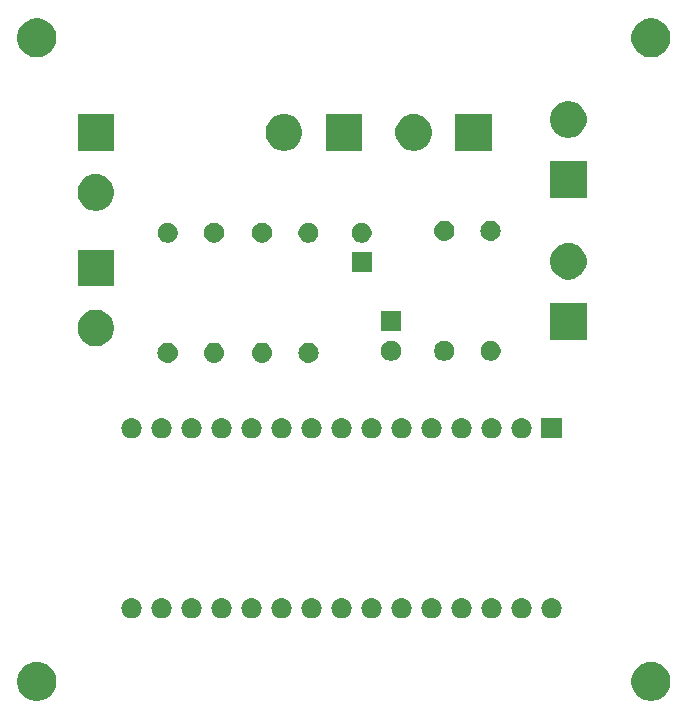
<source format=gts>
G04 #@! TF.GenerationSoftware,KiCad,Pcbnew,5.0.2+dfsg1-1+deb10u1*
G04 #@! TF.CreationDate,2023-11-15T00:44:58+01:00*
G04 #@! TF.ProjectId,Carte basse tension,43617274-6520-4626-9173-73652074656e,rev?*
G04 #@! TF.SameCoordinates,Original*
G04 #@! TF.FileFunction,Soldermask,Top*
G04 #@! TF.FilePolarity,Negative*
%FSLAX46Y46*%
G04 Gerber Fmt 4.6, Leading zero omitted, Abs format (unit mm)*
G04 Created by KiCad (PCBNEW 5.0.2+dfsg1-1+deb10u1) date mer. 15 nov. 2023 00:44:58 CET*
%MOMM*%
%LPD*%
G01*
G04 APERTURE LIST*
%ADD10C,0.150000*%
G04 APERTURE END LIST*
D10*
G36*
X143875256Y-120891298D02*
X143981579Y-120912447D01*
X144282042Y-121036903D01*
X144548852Y-121215180D01*
X144552454Y-121217587D01*
X144782413Y-121447546D01*
X144963098Y-121717960D01*
X145087553Y-122018422D01*
X145151000Y-122337389D01*
X145151000Y-122662611D01*
X145087553Y-122981578D01*
X144963098Y-123282040D01*
X144782413Y-123552454D01*
X144552454Y-123782413D01*
X144552451Y-123782415D01*
X144282042Y-123963097D01*
X143981579Y-124087553D01*
X143875256Y-124108702D01*
X143662611Y-124151000D01*
X143337389Y-124151000D01*
X143124744Y-124108702D01*
X143018421Y-124087553D01*
X142717958Y-123963097D01*
X142447549Y-123782415D01*
X142447546Y-123782413D01*
X142217587Y-123552454D01*
X142036902Y-123282040D01*
X141912447Y-122981578D01*
X141849000Y-122662611D01*
X141849000Y-122337389D01*
X141912447Y-122018422D01*
X142036902Y-121717960D01*
X142217587Y-121447546D01*
X142447546Y-121217587D01*
X142451148Y-121215180D01*
X142717958Y-121036903D01*
X143018421Y-120912447D01*
X143124744Y-120891298D01*
X143337389Y-120849000D01*
X143662611Y-120849000D01*
X143875256Y-120891298D01*
X143875256Y-120891298D01*
G37*
G36*
X91875256Y-120891298D02*
X91981579Y-120912447D01*
X92282042Y-121036903D01*
X92548852Y-121215180D01*
X92552454Y-121217587D01*
X92782413Y-121447546D01*
X92963098Y-121717960D01*
X93087553Y-122018422D01*
X93151000Y-122337389D01*
X93151000Y-122662611D01*
X93087553Y-122981578D01*
X92963098Y-123282040D01*
X92782413Y-123552454D01*
X92552454Y-123782413D01*
X92552451Y-123782415D01*
X92282042Y-123963097D01*
X91981579Y-124087553D01*
X91875256Y-124108702D01*
X91662611Y-124151000D01*
X91337389Y-124151000D01*
X91124744Y-124108702D01*
X91018421Y-124087553D01*
X90717958Y-123963097D01*
X90447549Y-123782415D01*
X90447546Y-123782413D01*
X90217587Y-123552454D01*
X90036902Y-123282040D01*
X89912447Y-122981578D01*
X89849000Y-122662611D01*
X89849000Y-122337389D01*
X89912447Y-122018422D01*
X90036902Y-121717960D01*
X90217587Y-121447546D01*
X90447546Y-121217587D01*
X90451148Y-121215180D01*
X90717958Y-121036903D01*
X91018421Y-120912447D01*
X91124744Y-120891298D01*
X91337389Y-120849000D01*
X91662611Y-120849000D01*
X91875256Y-120891298D01*
X91875256Y-120891298D01*
G37*
G36*
X112388777Y-115454280D02*
X112388780Y-115454281D01*
X112388781Y-115454281D01*
X112549195Y-115502942D01*
X112549197Y-115502943D01*
X112549200Y-115502944D01*
X112697034Y-115581962D01*
X112826615Y-115688308D01*
X112932961Y-115817889D01*
X113011979Y-115965723D01*
X113060643Y-116126146D01*
X113077073Y-116292967D01*
X113060643Y-116459788D01*
X113011979Y-116620211D01*
X112932961Y-116768045D01*
X112826615Y-116897626D01*
X112697034Y-117003972D01*
X112549200Y-117082990D01*
X112549197Y-117082991D01*
X112549195Y-117082992D01*
X112388781Y-117131653D01*
X112388780Y-117131653D01*
X112388777Y-117131654D01*
X112263760Y-117143967D01*
X112180152Y-117143967D01*
X112055135Y-117131654D01*
X112055132Y-117131653D01*
X112055131Y-117131653D01*
X111894717Y-117082992D01*
X111894715Y-117082991D01*
X111894712Y-117082990D01*
X111746878Y-117003972D01*
X111617297Y-116897626D01*
X111510951Y-116768045D01*
X111431933Y-116620211D01*
X111383269Y-116459788D01*
X111366839Y-116292967D01*
X111383269Y-116126146D01*
X111431933Y-115965723D01*
X111510951Y-115817889D01*
X111617297Y-115688308D01*
X111746878Y-115581962D01*
X111894712Y-115502944D01*
X111894715Y-115502943D01*
X111894717Y-115502942D01*
X112055131Y-115454281D01*
X112055132Y-115454281D01*
X112055135Y-115454280D01*
X112180152Y-115441967D01*
X112263760Y-115441967D01*
X112388777Y-115454280D01*
X112388777Y-115454280D01*
G37*
G36*
X102228777Y-115454280D02*
X102228780Y-115454281D01*
X102228781Y-115454281D01*
X102389195Y-115502942D01*
X102389197Y-115502943D01*
X102389200Y-115502944D01*
X102537034Y-115581962D01*
X102666615Y-115688308D01*
X102772961Y-115817889D01*
X102851979Y-115965723D01*
X102900643Y-116126146D01*
X102917073Y-116292967D01*
X102900643Y-116459788D01*
X102851979Y-116620211D01*
X102772961Y-116768045D01*
X102666615Y-116897626D01*
X102537034Y-117003972D01*
X102389200Y-117082990D01*
X102389197Y-117082991D01*
X102389195Y-117082992D01*
X102228781Y-117131653D01*
X102228780Y-117131653D01*
X102228777Y-117131654D01*
X102103760Y-117143967D01*
X102020152Y-117143967D01*
X101895135Y-117131654D01*
X101895132Y-117131653D01*
X101895131Y-117131653D01*
X101734717Y-117082992D01*
X101734715Y-117082991D01*
X101734712Y-117082990D01*
X101586878Y-117003972D01*
X101457297Y-116897626D01*
X101350951Y-116768045D01*
X101271933Y-116620211D01*
X101223269Y-116459788D01*
X101206839Y-116292967D01*
X101223269Y-116126146D01*
X101271933Y-115965723D01*
X101350951Y-115817889D01*
X101457297Y-115688308D01*
X101586878Y-115581962D01*
X101734712Y-115502944D01*
X101734715Y-115502943D01*
X101734717Y-115502942D01*
X101895131Y-115454281D01*
X101895132Y-115454281D01*
X101895135Y-115454280D01*
X102020152Y-115441967D01*
X102103760Y-115441967D01*
X102228777Y-115454280D01*
X102228777Y-115454280D01*
G37*
G36*
X104768777Y-115454280D02*
X104768780Y-115454281D01*
X104768781Y-115454281D01*
X104929195Y-115502942D01*
X104929197Y-115502943D01*
X104929200Y-115502944D01*
X105077034Y-115581962D01*
X105206615Y-115688308D01*
X105312961Y-115817889D01*
X105391979Y-115965723D01*
X105440643Y-116126146D01*
X105457073Y-116292967D01*
X105440643Y-116459788D01*
X105391979Y-116620211D01*
X105312961Y-116768045D01*
X105206615Y-116897626D01*
X105077034Y-117003972D01*
X104929200Y-117082990D01*
X104929197Y-117082991D01*
X104929195Y-117082992D01*
X104768781Y-117131653D01*
X104768780Y-117131653D01*
X104768777Y-117131654D01*
X104643760Y-117143967D01*
X104560152Y-117143967D01*
X104435135Y-117131654D01*
X104435132Y-117131653D01*
X104435131Y-117131653D01*
X104274717Y-117082992D01*
X104274715Y-117082991D01*
X104274712Y-117082990D01*
X104126878Y-117003972D01*
X103997297Y-116897626D01*
X103890951Y-116768045D01*
X103811933Y-116620211D01*
X103763269Y-116459788D01*
X103746839Y-116292967D01*
X103763269Y-116126146D01*
X103811933Y-115965723D01*
X103890951Y-115817889D01*
X103997297Y-115688308D01*
X104126878Y-115581962D01*
X104274712Y-115502944D01*
X104274715Y-115502943D01*
X104274717Y-115502942D01*
X104435131Y-115454281D01*
X104435132Y-115454281D01*
X104435135Y-115454280D01*
X104560152Y-115441967D01*
X104643760Y-115441967D01*
X104768777Y-115454280D01*
X104768777Y-115454280D01*
G37*
G36*
X107308777Y-115454280D02*
X107308780Y-115454281D01*
X107308781Y-115454281D01*
X107469195Y-115502942D01*
X107469197Y-115502943D01*
X107469200Y-115502944D01*
X107617034Y-115581962D01*
X107746615Y-115688308D01*
X107852961Y-115817889D01*
X107931979Y-115965723D01*
X107980643Y-116126146D01*
X107997073Y-116292967D01*
X107980643Y-116459788D01*
X107931979Y-116620211D01*
X107852961Y-116768045D01*
X107746615Y-116897626D01*
X107617034Y-117003972D01*
X107469200Y-117082990D01*
X107469197Y-117082991D01*
X107469195Y-117082992D01*
X107308781Y-117131653D01*
X107308780Y-117131653D01*
X107308777Y-117131654D01*
X107183760Y-117143967D01*
X107100152Y-117143967D01*
X106975135Y-117131654D01*
X106975132Y-117131653D01*
X106975131Y-117131653D01*
X106814717Y-117082992D01*
X106814715Y-117082991D01*
X106814712Y-117082990D01*
X106666878Y-117003972D01*
X106537297Y-116897626D01*
X106430951Y-116768045D01*
X106351933Y-116620211D01*
X106303269Y-116459788D01*
X106286839Y-116292967D01*
X106303269Y-116126146D01*
X106351933Y-115965723D01*
X106430951Y-115817889D01*
X106537297Y-115688308D01*
X106666878Y-115581962D01*
X106814712Y-115502944D01*
X106814715Y-115502943D01*
X106814717Y-115502942D01*
X106975131Y-115454281D01*
X106975132Y-115454281D01*
X106975135Y-115454280D01*
X107100152Y-115441967D01*
X107183760Y-115441967D01*
X107308777Y-115454280D01*
X107308777Y-115454280D01*
G37*
G36*
X109848777Y-115454280D02*
X109848780Y-115454281D01*
X109848781Y-115454281D01*
X110009195Y-115502942D01*
X110009197Y-115502943D01*
X110009200Y-115502944D01*
X110157034Y-115581962D01*
X110286615Y-115688308D01*
X110392961Y-115817889D01*
X110471979Y-115965723D01*
X110520643Y-116126146D01*
X110537073Y-116292967D01*
X110520643Y-116459788D01*
X110471979Y-116620211D01*
X110392961Y-116768045D01*
X110286615Y-116897626D01*
X110157034Y-117003972D01*
X110009200Y-117082990D01*
X110009197Y-117082991D01*
X110009195Y-117082992D01*
X109848781Y-117131653D01*
X109848780Y-117131653D01*
X109848777Y-117131654D01*
X109723760Y-117143967D01*
X109640152Y-117143967D01*
X109515135Y-117131654D01*
X109515132Y-117131653D01*
X109515131Y-117131653D01*
X109354717Y-117082992D01*
X109354715Y-117082991D01*
X109354712Y-117082990D01*
X109206878Y-117003972D01*
X109077297Y-116897626D01*
X108970951Y-116768045D01*
X108891933Y-116620211D01*
X108843269Y-116459788D01*
X108826839Y-116292967D01*
X108843269Y-116126146D01*
X108891933Y-115965723D01*
X108970951Y-115817889D01*
X109077297Y-115688308D01*
X109206878Y-115581962D01*
X109354712Y-115502944D01*
X109354715Y-115502943D01*
X109354717Y-115502942D01*
X109515131Y-115454281D01*
X109515132Y-115454281D01*
X109515135Y-115454280D01*
X109640152Y-115441967D01*
X109723760Y-115441967D01*
X109848777Y-115454280D01*
X109848777Y-115454280D01*
G37*
G36*
X114928777Y-115454280D02*
X114928780Y-115454281D01*
X114928781Y-115454281D01*
X115089195Y-115502942D01*
X115089197Y-115502943D01*
X115089200Y-115502944D01*
X115237034Y-115581962D01*
X115366615Y-115688308D01*
X115472961Y-115817889D01*
X115551979Y-115965723D01*
X115600643Y-116126146D01*
X115617073Y-116292967D01*
X115600643Y-116459788D01*
X115551979Y-116620211D01*
X115472961Y-116768045D01*
X115366615Y-116897626D01*
X115237034Y-117003972D01*
X115089200Y-117082990D01*
X115089197Y-117082991D01*
X115089195Y-117082992D01*
X114928781Y-117131653D01*
X114928780Y-117131653D01*
X114928777Y-117131654D01*
X114803760Y-117143967D01*
X114720152Y-117143967D01*
X114595135Y-117131654D01*
X114595132Y-117131653D01*
X114595131Y-117131653D01*
X114434717Y-117082992D01*
X114434715Y-117082991D01*
X114434712Y-117082990D01*
X114286878Y-117003972D01*
X114157297Y-116897626D01*
X114050951Y-116768045D01*
X113971933Y-116620211D01*
X113923269Y-116459788D01*
X113906839Y-116292967D01*
X113923269Y-116126146D01*
X113971933Y-115965723D01*
X114050951Y-115817889D01*
X114157297Y-115688308D01*
X114286878Y-115581962D01*
X114434712Y-115502944D01*
X114434715Y-115502943D01*
X114434717Y-115502942D01*
X114595131Y-115454281D01*
X114595132Y-115454281D01*
X114595135Y-115454280D01*
X114720152Y-115441967D01*
X114803760Y-115441967D01*
X114928777Y-115454280D01*
X114928777Y-115454280D01*
G37*
G36*
X117468777Y-115454280D02*
X117468780Y-115454281D01*
X117468781Y-115454281D01*
X117629195Y-115502942D01*
X117629197Y-115502943D01*
X117629200Y-115502944D01*
X117777034Y-115581962D01*
X117906615Y-115688308D01*
X118012961Y-115817889D01*
X118091979Y-115965723D01*
X118140643Y-116126146D01*
X118157073Y-116292967D01*
X118140643Y-116459788D01*
X118091979Y-116620211D01*
X118012961Y-116768045D01*
X117906615Y-116897626D01*
X117777034Y-117003972D01*
X117629200Y-117082990D01*
X117629197Y-117082991D01*
X117629195Y-117082992D01*
X117468781Y-117131653D01*
X117468780Y-117131653D01*
X117468777Y-117131654D01*
X117343760Y-117143967D01*
X117260152Y-117143967D01*
X117135135Y-117131654D01*
X117135132Y-117131653D01*
X117135131Y-117131653D01*
X116974717Y-117082992D01*
X116974715Y-117082991D01*
X116974712Y-117082990D01*
X116826878Y-117003972D01*
X116697297Y-116897626D01*
X116590951Y-116768045D01*
X116511933Y-116620211D01*
X116463269Y-116459788D01*
X116446839Y-116292967D01*
X116463269Y-116126146D01*
X116511933Y-115965723D01*
X116590951Y-115817889D01*
X116697297Y-115688308D01*
X116826878Y-115581962D01*
X116974712Y-115502944D01*
X116974715Y-115502943D01*
X116974717Y-115502942D01*
X117135131Y-115454281D01*
X117135132Y-115454281D01*
X117135135Y-115454280D01*
X117260152Y-115441967D01*
X117343760Y-115441967D01*
X117468777Y-115454280D01*
X117468777Y-115454280D01*
G37*
G36*
X120008777Y-115454280D02*
X120008780Y-115454281D01*
X120008781Y-115454281D01*
X120169195Y-115502942D01*
X120169197Y-115502943D01*
X120169200Y-115502944D01*
X120317034Y-115581962D01*
X120446615Y-115688308D01*
X120552961Y-115817889D01*
X120631979Y-115965723D01*
X120680643Y-116126146D01*
X120697073Y-116292967D01*
X120680643Y-116459788D01*
X120631979Y-116620211D01*
X120552961Y-116768045D01*
X120446615Y-116897626D01*
X120317034Y-117003972D01*
X120169200Y-117082990D01*
X120169197Y-117082991D01*
X120169195Y-117082992D01*
X120008781Y-117131653D01*
X120008780Y-117131653D01*
X120008777Y-117131654D01*
X119883760Y-117143967D01*
X119800152Y-117143967D01*
X119675135Y-117131654D01*
X119675132Y-117131653D01*
X119675131Y-117131653D01*
X119514717Y-117082992D01*
X119514715Y-117082991D01*
X119514712Y-117082990D01*
X119366878Y-117003972D01*
X119237297Y-116897626D01*
X119130951Y-116768045D01*
X119051933Y-116620211D01*
X119003269Y-116459788D01*
X118986839Y-116292967D01*
X119003269Y-116126146D01*
X119051933Y-115965723D01*
X119130951Y-115817889D01*
X119237297Y-115688308D01*
X119366878Y-115581962D01*
X119514712Y-115502944D01*
X119514715Y-115502943D01*
X119514717Y-115502942D01*
X119675131Y-115454281D01*
X119675132Y-115454281D01*
X119675135Y-115454280D01*
X119800152Y-115441967D01*
X119883760Y-115441967D01*
X120008777Y-115454280D01*
X120008777Y-115454280D01*
G37*
G36*
X122548777Y-115454280D02*
X122548780Y-115454281D01*
X122548781Y-115454281D01*
X122709195Y-115502942D01*
X122709197Y-115502943D01*
X122709200Y-115502944D01*
X122857034Y-115581962D01*
X122986615Y-115688308D01*
X123092961Y-115817889D01*
X123171979Y-115965723D01*
X123220643Y-116126146D01*
X123237073Y-116292967D01*
X123220643Y-116459788D01*
X123171979Y-116620211D01*
X123092961Y-116768045D01*
X122986615Y-116897626D01*
X122857034Y-117003972D01*
X122709200Y-117082990D01*
X122709197Y-117082991D01*
X122709195Y-117082992D01*
X122548781Y-117131653D01*
X122548780Y-117131653D01*
X122548777Y-117131654D01*
X122423760Y-117143967D01*
X122340152Y-117143967D01*
X122215135Y-117131654D01*
X122215132Y-117131653D01*
X122215131Y-117131653D01*
X122054717Y-117082992D01*
X122054715Y-117082991D01*
X122054712Y-117082990D01*
X121906878Y-117003972D01*
X121777297Y-116897626D01*
X121670951Y-116768045D01*
X121591933Y-116620211D01*
X121543269Y-116459788D01*
X121526839Y-116292967D01*
X121543269Y-116126146D01*
X121591933Y-115965723D01*
X121670951Y-115817889D01*
X121777297Y-115688308D01*
X121906878Y-115581962D01*
X122054712Y-115502944D01*
X122054715Y-115502943D01*
X122054717Y-115502942D01*
X122215131Y-115454281D01*
X122215132Y-115454281D01*
X122215135Y-115454280D01*
X122340152Y-115441967D01*
X122423760Y-115441967D01*
X122548777Y-115454280D01*
X122548777Y-115454280D01*
G37*
G36*
X125088777Y-115454280D02*
X125088780Y-115454281D01*
X125088781Y-115454281D01*
X125249195Y-115502942D01*
X125249197Y-115502943D01*
X125249200Y-115502944D01*
X125397034Y-115581962D01*
X125526615Y-115688308D01*
X125632961Y-115817889D01*
X125711979Y-115965723D01*
X125760643Y-116126146D01*
X125777073Y-116292967D01*
X125760643Y-116459788D01*
X125711979Y-116620211D01*
X125632961Y-116768045D01*
X125526615Y-116897626D01*
X125397034Y-117003972D01*
X125249200Y-117082990D01*
X125249197Y-117082991D01*
X125249195Y-117082992D01*
X125088781Y-117131653D01*
X125088780Y-117131653D01*
X125088777Y-117131654D01*
X124963760Y-117143967D01*
X124880152Y-117143967D01*
X124755135Y-117131654D01*
X124755132Y-117131653D01*
X124755131Y-117131653D01*
X124594717Y-117082992D01*
X124594715Y-117082991D01*
X124594712Y-117082990D01*
X124446878Y-117003972D01*
X124317297Y-116897626D01*
X124210951Y-116768045D01*
X124131933Y-116620211D01*
X124083269Y-116459788D01*
X124066839Y-116292967D01*
X124083269Y-116126146D01*
X124131933Y-115965723D01*
X124210951Y-115817889D01*
X124317297Y-115688308D01*
X124446878Y-115581962D01*
X124594712Y-115502944D01*
X124594715Y-115502943D01*
X124594717Y-115502942D01*
X124755131Y-115454281D01*
X124755132Y-115454281D01*
X124755135Y-115454280D01*
X124880152Y-115441967D01*
X124963760Y-115441967D01*
X125088777Y-115454280D01*
X125088777Y-115454280D01*
G37*
G36*
X127628777Y-115454280D02*
X127628780Y-115454281D01*
X127628781Y-115454281D01*
X127789195Y-115502942D01*
X127789197Y-115502943D01*
X127789200Y-115502944D01*
X127937034Y-115581962D01*
X128066615Y-115688308D01*
X128172961Y-115817889D01*
X128251979Y-115965723D01*
X128300643Y-116126146D01*
X128317073Y-116292967D01*
X128300643Y-116459788D01*
X128251979Y-116620211D01*
X128172961Y-116768045D01*
X128066615Y-116897626D01*
X127937034Y-117003972D01*
X127789200Y-117082990D01*
X127789197Y-117082991D01*
X127789195Y-117082992D01*
X127628781Y-117131653D01*
X127628780Y-117131653D01*
X127628777Y-117131654D01*
X127503760Y-117143967D01*
X127420152Y-117143967D01*
X127295135Y-117131654D01*
X127295132Y-117131653D01*
X127295131Y-117131653D01*
X127134717Y-117082992D01*
X127134715Y-117082991D01*
X127134712Y-117082990D01*
X126986878Y-117003972D01*
X126857297Y-116897626D01*
X126750951Y-116768045D01*
X126671933Y-116620211D01*
X126623269Y-116459788D01*
X126606839Y-116292967D01*
X126623269Y-116126146D01*
X126671933Y-115965723D01*
X126750951Y-115817889D01*
X126857297Y-115688308D01*
X126986878Y-115581962D01*
X127134712Y-115502944D01*
X127134715Y-115502943D01*
X127134717Y-115502942D01*
X127295131Y-115454281D01*
X127295132Y-115454281D01*
X127295135Y-115454280D01*
X127420152Y-115441967D01*
X127503760Y-115441967D01*
X127628777Y-115454280D01*
X127628777Y-115454280D01*
G37*
G36*
X132708777Y-115454280D02*
X132708780Y-115454281D01*
X132708781Y-115454281D01*
X132869195Y-115502942D01*
X132869197Y-115502943D01*
X132869200Y-115502944D01*
X133017034Y-115581962D01*
X133146615Y-115688308D01*
X133252961Y-115817889D01*
X133331979Y-115965723D01*
X133380643Y-116126146D01*
X133397073Y-116292967D01*
X133380643Y-116459788D01*
X133331979Y-116620211D01*
X133252961Y-116768045D01*
X133146615Y-116897626D01*
X133017034Y-117003972D01*
X132869200Y-117082990D01*
X132869197Y-117082991D01*
X132869195Y-117082992D01*
X132708781Y-117131653D01*
X132708780Y-117131653D01*
X132708777Y-117131654D01*
X132583760Y-117143967D01*
X132500152Y-117143967D01*
X132375135Y-117131654D01*
X132375132Y-117131653D01*
X132375131Y-117131653D01*
X132214717Y-117082992D01*
X132214715Y-117082991D01*
X132214712Y-117082990D01*
X132066878Y-117003972D01*
X131937297Y-116897626D01*
X131830951Y-116768045D01*
X131751933Y-116620211D01*
X131703269Y-116459788D01*
X131686839Y-116292967D01*
X131703269Y-116126146D01*
X131751933Y-115965723D01*
X131830951Y-115817889D01*
X131937297Y-115688308D01*
X132066878Y-115581962D01*
X132214712Y-115502944D01*
X132214715Y-115502943D01*
X132214717Y-115502942D01*
X132375131Y-115454281D01*
X132375132Y-115454281D01*
X132375135Y-115454280D01*
X132500152Y-115441967D01*
X132583760Y-115441967D01*
X132708777Y-115454280D01*
X132708777Y-115454280D01*
G37*
G36*
X99688777Y-115454280D02*
X99688780Y-115454281D01*
X99688781Y-115454281D01*
X99849195Y-115502942D01*
X99849197Y-115502943D01*
X99849200Y-115502944D01*
X99997034Y-115581962D01*
X100126615Y-115688308D01*
X100232961Y-115817889D01*
X100311979Y-115965723D01*
X100360643Y-116126146D01*
X100377073Y-116292967D01*
X100360643Y-116459788D01*
X100311979Y-116620211D01*
X100232961Y-116768045D01*
X100126615Y-116897626D01*
X99997034Y-117003972D01*
X99849200Y-117082990D01*
X99849197Y-117082991D01*
X99849195Y-117082992D01*
X99688781Y-117131653D01*
X99688780Y-117131653D01*
X99688777Y-117131654D01*
X99563760Y-117143967D01*
X99480152Y-117143967D01*
X99355135Y-117131654D01*
X99355132Y-117131653D01*
X99355131Y-117131653D01*
X99194717Y-117082992D01*
X99194715Y-117082991D01*
X99194712Y-117082990D01*
X99046878Y-117003972D01*
X98917297Y-116897626D01*
X98810951Y-116768045D01*
X98731933Y-116620211D01*
X98683269Y-116459788D01*
X98666839Y-116292967D01*
X98683269Y-116126146D01*
X98731933Y-115965723D01*
X98810951Y-115817889D01*
X98917297Y-115688308D01*
X99046878Y-115581962D01*
X99194712Y-115502944D01*
X99194715Y-115502943D01*
X99194717Y-115502942D01*
X99355131Y-115454281D01*
X99355132Y-115454281D01*
X99355135Y-115454280D01*
X99480152Y-115441967D01*
X99563760Y-115441967D01*
X99688777Y-115454280D01*
X99688777Y-115454280D01*
G37*
G36*
X130168777Y-115454280D02*
X130168780Y-115454281D01*
X130168781Y-115454281D01*
X130329195Y-115502942D01*
X130329197Y-115502943D01*
X130329200Y-115502944D01*
X130477034Y-115581962D01*
X130606615Y-115688308D01*
X130712961Y-115817889D01*
X130791979Y-115965723D01*
X130840643Y-116126146D01*
X130857073Y-116292967D01*
X130840643Y-116459788D01*
X130791979Y-116620211D01*
X130712961Y-116768045D01*
X130606615Y-116897626D01*
X130477034Y-117003972D01*
X130329200Y-117082990D01*
X130329197Y-117082991D01*
X130329195Y-117082992D01*
X130168781Y-117131653D01*
X130168780Y-117131653D01*
X130168777Y-117131654D01*
X130043760Y-117143967D01*
X129960152Y-117143967D01*
X129835135Y-117131654D01*
X129835132Y-117131653D01*
X129835131Y-117131653D01*
X129674717Y-117082992D01*
X129674715Y-117082991D01*
X129674712Y-117082990D01*
X129526878Y-117003972D01*
X129397297Y-116897626D01*
X129290951Y-116768045D01*
X129211933Y-116620211D01*
X129163269Y-116459788D01*
X129146839Y-116292967D01*
X129163269Y-116126146D01*
X129211933Y-115965723D01*
X129290951Y-115817889D01*
X129397297Y-115688308D01*
X129526878Y-115581962D01*
X129674712Y-115502944D01*
X129674715Y-115502943D01*
X129674717Y-115502942D01*
X129835131Y-115454281D01*
X129835132Y-115454281D01*
X129835135Y-115454280D01*
X129960152Y-115441967D01*
X130043760Y-115441967D01*
X130168777Y-115454280D01*
X130168777Y-115454280D01*
G37*
G36*
X135248777Y-115454280D02*
X135248780Y-115454281D01*
X135248781Y-115454281D01*
X135409195Y-115502942D01*
X135409197Y-115502943D01*
X135409200Y-115502944D01*
X135557034Y-115581962D01*
X135686615Y-115688308D01*
X135792961Y-115817889D01*
X135871979Y-115965723D01*
X135920643Y-116126146D01*
X135937073Y-116292967D01*
X135920643Y-116459788D01*
X135871979Y-116620211D01*
X135792961Y-116768045D01*
X135686615Y-116897626D01*
X135557034Y-117003972D01*
X135409200Y-117082990D01*
X135409197Y-117082991D01*
X135409195Y-117082992D01*
X135248781Y-117131653D01*
X135248780Y-117131653D01*
X135248777Y-117131654D01*
X135123760Y-117143967D01*
X135040152Y-117143967D01*
X134915135Y-117131654D01*
X134915132Y-117131653D01*
X134915131Y-117131653D01*
X134754717Y-117082992D01*
X134754715Y-117082991D01*
X134754712Y-117082990D01*
X134606878Y-117003972D01*
X134477297Y-116897626D01*
X134370951Y-116768045D01*
X134291933Y-116620211D01*
X134243269Y-116459788D01*
X134226839Y-116292967D01*
X134243269Y-116126146D01*
X134291933Y-115965723D01*
X134370951Y-115817889D01*
X134477297Y-115688308D01*
X134606878Y-115581962D01*
X134754712Y-115502944D01*
X134754715Y-115502943D01*
X134754717Y-115502942D01*
X134915131Y-115454281D01*
X134915132Y-115454281D01*
X134915135Y-115454280D01*
X135040152Y-115441967D01*
X135123760Y-115441967D01*
X135248777Y-115454280D01*
X135248777Y-115454280D01*
G37*
G36*
X125088777Y-100214280D02*
X125088780Y-100214281D01*
X125088781Y-100214281D01*
X125249195Y-100262942D01*
X125249197Y-100262943D01*
X125249200Y-100262944D01*
X125397034Y-100341962D01*
X125526615Y-100448308D01*
X125632961Y-100577889D01*
X125711979Y-100725723D01*
X125760643Y-100886146D01*
X125777073Y-101052967D01*
X125760643Y-101219788D01*
X125711979Y-101380211D01*
X125632961Y-101528045D01*
X125526615Y-101657626D01*
X125397034Y-101763972D01*
X125249200Y-101842990D01*
X125249197Y-101842991D01*
X125249195Y-101842992D01*
X125088781Y-101891653D01*
X125088780Y-101891653D01*
X125088777Y-101891654D01*
X124963760Y-101903967D01*
X124880152Y-101903967D01*
X124755135Y-101891654D01*
X124755132Y-101891653D01*
X124755131Y-101891653D01*
X124594717Y-101842992D01*
X124594715Y-101842991D01*
X124594712Y-101842990D01*
X124446878Y-101763972D01*
X124317297Y-101657626D01*
X124210951Y-101528045D01*
X124131933Y-101380211D01*
X124083269Y-101219788D01*
X124066839Y-101052967D01*
X124083269Y-100886146D01*
X124131933Y-100725723D01*
X124210951Y-100577889D01*
X124317297Y-100448308D01*
X124446878Y-100341962D01*
X124594712Y-100262944D01*
X124594715Y-100262943D01*
X124594717Y-100262942D01*
X124755131Y-100214281D01*
X124755132Y-100214281D01*
X124755135Y-100214280D01*
X124880152Y-100201967D01*
X124963760Y-100201967D01*
X125088777Y-100214280D01*
X125088777Y-100214280D01*
G37*
G36*
X120008777Y-100214280D02*
X120008780Y-100214281D01*
X120008781Y-100214281D01*
X120169195Y-100262942D01*
X120169197Y-100262943D01*
X120169200Y-100262944D01*
X120317034Y-100341962D01*
X120446615Y-100448308D01*
X120552961Y-100577889D01*
X120631979Y-100725723D01*
X120680643Y-100886146D01*
X120697073Y-101052967D01*
X120680643Y-101219788D01*
X120631979Y-101380211D01*
X120552961Y-101528045D01*
X120446615Y-101657626D01*
X120317034Y-101763972D01*
X120169200Y-101842990D01*
X120169197Y-101842991D01*
X120169195Y-101842992D01*
X120008781Y-101891653D01*
X120008780Y-101891653D01*
X120008777Y-101891654D01*
X119883760Y-101903967D01*
X119800152Y-101903967D01*
X119675135Y-101891654D01*
X119675132Y-101891653D01*
X119675131Y-101891653D01*
X119514717Y-101842992D01*
X119514715Y-101842991D01*
X119514712Y-101842990D01*
X119366878Y-101763972D01*
X119237297Y-101657626D01*
X119130951Y-101528045D01*
X119051933Y-101380211D01*
X119003269Y-101219788D01*
X118986839Y-101052967D01*
X119003269Y-100886146D01*
X119051933Y-100725723D01*
X119130951Y-100577889D01*
X119237297Y-100448308D01*
X119366878Y-100341962D01*
X119514712Y-100262944D01*
X119514715Y-100262943D01*
X119514717Y-100262942D01*
X119675131Y-100214281D01*
X119675132Y-100214281D01*
X119675135Y-100214280D01*
X119800152Y-100201967D01*
X119883760Y-100201967D01*
X120008777Y-100214280D01*
X120008777Y-100214280D01*
G37*
G36*
X117468777Y-100214280D02*
X117468780Y-100214281D01*
X117468781Y-100214281D01*
X117629195Y-100262942D01*
X117629197Y-100262943D01*
X117629200Y-100262944D01*
X117777034Y-100341962D01*
X117906615Y-100448308D01*
X118012961Y-100577889D01*
X118091979Y-100725723D01*
X118140643Y-100886146D01*
X118157073Y-101052967D01*
X118140643Y-101219788D01*
X118091979Y-101380211D01*
X118012961Y-101528045D01*
X117906615Y-101657626D01*
X117777034Y-101763972D01*
X117629200Y-101842990D01*
X117629197Y-101842991D01*
X117629195Y-101842992D01*
X117468781Y-101891653D01*
X117468780Y-101891653D01*
X117468777Y-101891654D01*
X117343760Y-101903967D01*
X117260152Y-101903967D01*
X117135135Y-101891654D01*
X117135132Y-101891653D01*
X117135131Y-101891653D01*
X116974717Y-101842992D01*
X116974715Y-101842991D01*
X116974712Y-101842990D01*
X116826878Y-101763972D01*
X116697297Y-101657626D01*
X116590951Y-101528045D01*
X116511933Y-101380211D01*
X116463269Y-101219788D01*
X116446839Y-101052967D01*
X116463269Y-100886146D01*
X116511933Y-100725723D01*
X116590951Y-100577889D01*
X116697297Y-100448308D01*
X116826878Y-100341962D01*
X116974712Y-100262944D01*
X116974715Y-100262943D01*
X116974717Y-100262942D01*
X117135131Y-100214281D01*
X117135132Y-100214281D01*
X117135135Y-100214280D01*
X117260152Y-100201967D01*
X117343760Y-100201967D01*
X117468777Y-100214280D01*
X117468777Y-100214280D01*
G37*
G36*
X114928777Y-100214280D02*
X114928780Y-100214281D01*
X114928781Y-100214281D01*
X115089195Y-100262942D01*
X115089197Y-100262943D01*
X115089200Y-100262944D01*
X115237034Y-100341962D01*
X115366615Y-100448308D01*
X115472961Y-100577889D01*
X115551979Y-100725723D01*
X115600643Y-100886146D01*
X115617073Y-101052967D01*
X115600643Y-101219788D01*
X115551979Y-101380211D01*
X115472961Y-101528045D01*
X115366615Y-101657626D01*
X115237034Y-101763972D01*
X115089200Y-101842990D01*
X115089197Y-101842991D01*
X115089195Y-101842992D01*
X114928781Y-101891653D01*
X114928780Y-101891653D01*
X114928777Y-101891654D01*
X114803760Y-101903967D01*
X114720152Y-101903967D01*
X114595135Y-101891654D01*
X114595132Y-101891653D01*
X114595131Y-101891653D01*
X114434717Y-101842992D01*
X114434715Y-101842991D01*
X114434712Y-101842990D01*
X114286878Y-101763972D01*
X114157297Y-101657626D01*
X114050951Y-101528045D01*
X113971933Y-101380211D01*
X113923269Y-101219788D01*
X113906839Y-101052967D01*
X113923269Y-100886146D01*
X113971933Y-100725723D01*
X114050951Y-100577889D01*
X114157297Y-100448308D01*
X114286878Y-100341962D01*
X114434712Y-100262944D01*
X114434715Y-100262943D01*
X114434717Y-100262942D01*
X114595131Y-100214281D01*
X114595132Y-100214281D01*
X114595135Y-100214280D01*
X114720152Y-100201967D01*
X114803760Y-100201967D01*
X114928777Y-100214280D01*
X114928777Y-100214280D01*
G37*
G36*
X112388777Y-100214280D02*
X112388780Y-100214281D01*
X112388781Y-100214281D01*
X112549195Y-100262942D01*
X112549197Y-100262943D01*
X112549200Y-100262944D01*
X112697034Y-100341962D01*
X112826615Y-100448308D01*
X112932961Y-100577889D01*
X113011979Y-100725723D01*
X113060643Y-100886146D01*
X113077073Y-101052967D01*
X113060643Y-101219788D01*
X113011979Y-101380211D01*
X112932961Y-101528045D01*
X112826615Y-101657626D01*
X112697034Y-101763972D01*
X112549200Y-101842990D01*
X112549197Y-101842991D01*
X112549195Y-101842992D01*
X112388781Y-101891653D01*
X112388780Y-101891653D01*
X112388777Y-101891654D01*
X112263760Y-101903967D01*
X112180152Y-101903967D01*
X112055135Y-101891654D01*
X112055132Y-101891653D01*
X112055131Y-101891653D01*
X111894717Y-101842992D01*
X111894715Y-101842991D01*
X111894712Y-101842990D01*
X111746878Y-101763972D01*
X111617297Y-101657626D01*
X111510951Y-101528045D01*
X111431933Y-101380211D01*
X111383269Y-101219788D01*
X111366839Y-101052967D01*
X111383269Y-100886146D01*
X111431933Y-100725723D01*
X111510951Y-100577889D01*
X111617297Y-100448308D01*
X111746878Y-100341962D01*
X111894712Y-100262944D01*
X111894715Y-100262943D01*
X111894717Y-100262942D01*
X112055131Y-100214281D01*
X112055132Y-100214281D01*
X112055135Y-100214280D01*
X112180152Y-100201967D01*
X112263760Y-100201967D01*
X112388777Y-100214280D01*
X112388777Y-100214280D01*
G37*
G36*
X109848777Y-100214280D02*
X109848780Y-100214281D01*
X109848781Y-100214281D01*
X110009195Y-100262942D01*
X110009197Y-100262943D01*
X110009200Y-100262944D01*
X110157034Y-100341962D01*
X110286615Y-100448308D01*
X110392961Y-100577889D01*
X110471979Y-100725723D01*
X110520643Y-100886146D01*
X110537073Y-101052967D01*
X110520643Y-101219788D01*
X110471979Y-101380211D01*
X110392961Y-101528045D01*
X110286615Y-101657626D01*
X110157034Y-101763972D01*
X110009200Y-101842990D01*
X110009197Y-101842991D01*
X110009195Y-101842992D01*
X109848781Y-101891653D01*
X109848780Y-101891653D01*
X109848777Y-101891654D01*
X109723760Y-101903967D01*
X109640152Y-101903967D01*
X109515135Y-101891654D01*
X109515132Y-101891653D01*
X109515131Y-101891653D01*
X109354717Y-101842992D01*
X109354715Y-101842991D01*
X109354712Y-101842990D01*
X109206878Y-101763972D01*
X109077297Y-101657626D01*
X108970951Y-101528045D01*
X108891933Y-101380211D01*
X108843269Y-101219788D01*
X108826839Y-101052967D01*
X108843269Y-100886146D01*
X108891933Y-100725723D01*
X108970951Y-100577889D01*
X109077297Y-100448308D01*
X109206878Y-100341962D01*
X109354712Y-100262944D01*
X109354715Y-100262943D01*
X109354717Y-100262942D01*
X109515131Y-100214281D01*
X109515132Y-100214281D01*
X109515135Y-100214280D01*
X109640152Y-100201967D01*
X109723760Y-100201967D01*
X109848777Y-100214280D01*
X109848777Y-100214280D01*
G37*
G36*
X122548777Y-100214280D02*
X122548780Y-100214281D01*
X122548781Y-100214281D01*
X122709195Y-100262942D01*
X122709197Y-100262943D01*
X122709200Y-100262944D01*
X122857034Y-100341962D01*
X122986615Y-100448308D01*
X123092961Y-100577889D01*
X123171979Y-100725723D01*
X123220643Y-100886146D01*
X123237073Y-101052967D01*
X123220643Y-101219788D01*
X123171979Y-101380211D01*
X123092961Y-101528045D01*
X122986615Y-101657626D01*
X122857034Y-101763972D01*
X122709200Y-101842990D01*
X122709197Y-101842991D01*
X122709195Y-101842992D01*
X122548781Y-101891653D01*
X122548780Y-101891653D01*
X122548777Y-101891654D01*
X122423760Y-101903967D01*
X122340152Y-101903967D01*
X122215135Y-101891654D01*
X122215132Y-101891653D01*
X122215131Y-101891653D01*
X122054717Y-101842992D01*
X122054715Y-101842991D01*
X122054712Y-101842990D01*
X121906878Y-101763972D01*
X121777297Y-101657626D01*
X121670951Y-101528045D01*
X121591933Y-101380211D01*
X121543269Y-101219788D01*
X121526839Y-101052967D01*
X121543269Y-100886146D01*
X121591933Y-100725723D01*
X121670951Y-100577889D01*
X121777297Y-100448308D01*
X121906878Y-100341962D01*
X122054712Y-100262944D01*
X122054715Y-100262943D01*
X122054717Y-100262942D01*
X122215131Y-100214281D01*
X122215132Y-100214281D01*
X122215135Y-100214280D01*
X122340152Y-100201967D01*
X122423760Y-100201967D01*
X122548777Y-100214280D01*
X122548777Y-100214280D01*
G37*
G36*
X130168777Y-100214280D02*
X130168780Y-100214281D01*
X130168781Y-100214281D01*
X130329195Y-100262942D01*
X130329197Y-100262943D01*
X130329200Y-100262944D01*
X130477034Y-100341962D01*
X130606615Y-100448308D01*
X130712961Y-100577889D01*
X130791979Y-100725723D01*
X130840643Y-100886146D01*
X130857073Y-101052967D01*
X130840643Y-101219788D01*
X130791979Y-101380211D01*
X130712961Y-101528045D01*
X130606615Y-101657626D01*
X130477034Y-101763972D01*
X130329200Y-101842990D01*
X130329197Y-101842991D01*
X130329195Y-101842992D01*
X130168781Y-101891653D01*
X130168780Y-101891653D01*
X130168777Y-101891654D01*
X130043760Y-101903967D01*
X129960152Y-101903967D01*
X129835135Y-101891654D01*
X129835132Y-101891653D01*
X129835131Y-101891653D01*
X129674717Y-101842992D01*
X129674715Y-101842991D01*
X129674712Y-101842990D01*
X129526878Y-101763972D01*
X129397297Y-101657626D01*
X129290951Y-101528045D01*
X129211933Y-101380211D01*
X129163269Y-101219788D01*
X129146839Y-101052967D01*
X129163269Y-100886146D01*
X129211933Y-100725723D01*
X129290951Y-100577889D01*
X129397297Y-100448308D01*
X129526878Y-100341962D01*
X129674712Y-100262944D01*
X129674715Y-100262943D01*
X129674717Y-100262942D01*
X129835131Y-100214281D01*
X129835132Y-100214281D01*
X129835135Y-100214280D01*
X129960152Y-100201967D01*
X130043760Y-100201967D01*
X130168777Y-100214280D01*
X130168777Y-100214280D01*
G37*
G36*
X107308777Y-100214280D02*
X107308780Y-100214281D01*
X107308781Y-100214281D01*
X107469195Y-100262942D01*
X107469197Y-100262943D01*
X107469200Y-100262944D01*
X107617034Y-100341962D01*
X107746615Y-100448308D01*
X107852961Y-100577889D01*
X107931979Y-100725723D01*
X107980643Y-100886146D01*
X107997073Y-101052967D01*
X107980643Y-101219788D01*
X107931979Y-101380211D01*
X107852961Y-101528045D01*
X107746615Y-101657626D01*
X107617034Y-101763972D01*
X107469200Y-101842990D01*
X107469197Y-101842991D01*
X107469195Y-101842992D01*
X107308781Y-101891653D01*
X107308780Y-101891653D01*
X107308777Y-101891654D01*
X107183760Y-101903967D01*
X107100152Y-101903967D01*
X106975135Y-101891654D01*
X106975132Y-101891653D01*
X106975131Y-101891653D01*
X106814717Y-101842992D01*
X106814715Y-101842991D01*
X106814712Y-101842990D01*
X106666878Y-101763972D01*
X106537297Y-101657626D01*
X106430951Y-101528045D01*
X106351933Y-101380211D01*
X106303269Y-101219788D01*
X106286839Y-101052967D01*
X106303269Y-100886146D01*
X106351933Y-100725723D01*
X106430951Y-100577889D01*
X106537297Y-100448308D01*
X106666878Y-100341962D01*
X106814712Y-100262944D01*
X106814715Y-100262943D01*
X106814717Y-100262942D01*
X106975131Y-100214281D01*
X106975132Y-100214281D01*
X106975135Y-100214280D01*
X107100152Y-100201967D01*
X107183760Y-100201967D01*
X107308777Y-100214280D01*
X107308777Y-100214280D01*
G37*
G36*
X132708777Y-100214280D02*
X132708780Y-100214281D01*
X132708781Y-100214281D01*
X132869195Y-100262942D01*
X132869197Y-100262943D01*
X132869200Y-100262944D01*
X133017034Y-100341962D01*
X133146615Y-100448308D01*
X133252961Y-100577889D01*
X133331979Y-100725723D01*
X133380643Y-100886146D01*
X133397073Y-101052967D01*
X133380643Y-101219788D01*
X133331979Y-101380211D01*
X133252961Y-101528045D01*
X133146615Y-101657626D01*
X133017034Y-101763972D01*
X132869200Y-101842990D01*
X132869197Y-101842991D01*
X132869195Y-101842992D01*
X132708781Y-101891653D01*
X132708780Y-101891653D01*
X132708777Y-101891654D01*
X132583760Y-101903967D01*
X132500152Y-101903967D01*
X132375135Y-101891654D01*
X132375132Y-101891653D01*
X132375131Y-101891653D01*
X132214717Y-101842992D01*
X132214715Y-101842991D01*
X132214712Y-101842990D01*
X132066878Y-101763972D01*
X131937297Y-101657626D01*
X131830951Y-101528045D01*
X131751933Y-101380211D01*
X131703269Y-101219788D01*
X131686839Y-101052967D01*
X131703269Y-100886146D01*
X131751933Y-100725723D01*
X131830951Y-100577889D01*
X131937297Y-100448308D01*
X132066878Y-100341962D01*
X132214712Y-100262944D01*
X132214715Y-100262943D01*
X132214717Y-100262942D01*
X132375131Y-100214281D01*
X132375132Y-100214281D01*
X132375135Y-100214280D01*
X132500152Y-100201967D01*
X132583760Y-100201967D01*
X132708777Y-100214280D01*
X132708777Y-100214280D01*
G37*
G36*
X102228777Y-100214280D02*
X102228780Y-100214281D01*
X102228781Y-100214281D01*
X102389195Y-100262942D01*
X102389197Y-100262943D01*
X102389200Y-100262944D01*
X102537034Y-100341962D01*
X102666615Y-100448308D01*
X102772961Y-100577889D01*
X102851979Y-100725723D01*
X102900643Y-100886146D01*
X102917073Y-101052967D01*
X102900643Y-101219788D01*
X102851979Y-101380211D01*
X102772961Y-101528045D01*
X102666615Y-101657626D01*
X102537034Y-101763972D01*
X102389200Y-101842990D01*
X102389197Y-101842991D01*
X102389195Y-101842992D01*
X102228781Y-101891653D01*
X102228780Y-101891653D01*
X102228777Y-101891654D01*
X102103760Y-101903967D01*
X102020152Y-101903967D01*
X101895135Y-101891654D01*
X101895132Y-101891653D01*
X101895131Y-101891653D01*
X101734717Y-101842992D01*
X101734715Y-101842991D01*
X101734712Y-101842990D01*
X101586878Y-101763972D01*
X101457297Y-101657626D01*
X101350951Y-101528045D01*
X101271933Y-101380211D01*
X101223269Y-101219788D01*
X101206839Y-101052967D01*
X101223269Y-100886146D01*
X101271933Y-100725723D01*
X101350951Y-100577889D01*
X101457297Y-100448308D01*
X101586878Y-100341962D01*
X101734712Y-100262944D01*
X101734715Y-100262943D01*
X101734717Y-100262942D01*
X101895131Y-100214281D01*
X101895132Y-100214281D01*
X101895135Y-100214280D01*
X102020152Y-100201967D01*
X102103760Y-100201967D01*
X102228777Y-100214280D01*
X102228777Y-100214280D01*
G37*
G36*
X127628777Y-100214280D02*
X127628780Y-100214281D01*
X127628781Y-100214281D01*
X127789195Y-100262942D01*
X127789197Y-100262943D01*
X127789200Y-100262944D01*
X127937034Y-100341962D01*
X128066615Y-100448308D01*
X128172961Y-100577889D01*
X128251979Y-100725723D01*
X128300643Y-100886146D01*
X128317073Y-101052967D01*
X128300643Y-101219788D01*
X128251979Y-101380211D01*
X128172961Y-101528045D01*
X128066615Y-101657626D01*
X127937034Y-101763972D01*
X127789200Y-101842990D01*
X127789197Y-101842991D01*
X127789195Y-101842992D01*
X127628781Y-101891653D01*
X127628780Y-101891653D01*
X127628777Y-101891654D01*
X127503760Y-101903967D01*
X127420152Y-101903967D01*
X127295135Y-101891654D01*
X127295132Y-101891653D01*
X127295131Y-101891653D01*
X127134717Y-101842992D01*
X127134715Y-101842991D01*
X127134712Y-101842990D01*
X126986878Y-101763972D01*
X126857297Y-101657626D01*
X126750951Y-101528045D01*
X126671933Y-101380211D01*
X126623269Y-101219788D01*
X126606839Y-101052967D01*
X126623269Y-100886146D01*
X126671933Y-100725723D01*
X126750951Y-100577889D01*
X126857297Y-100448308D01*
X126986878Y-100341962D01*
X127134712Y-100262944D01*
X127134715Y-100262943D01*
X127134717Y-100262942D01*
X127295131Y-100214281D01*
X127295132Y-100214281D01*
X127295135Y-100214280D01*
X127420152Y-100201967D01*
X127503760Y-100201967D01*
X127628777Y-100214280D01*
X127628777Y-100214280D01*
G37*
G36*
X135932956Y-101903967D02*
X134230956Y-101903967D01*
X134230956Y-100201967D01*
X135932956Y-100201967D01*
X135932956Y-101903967D01*
X135932956Y-101903967D01*
G37*
G36*
X104768777Y-100214280D02*
X104768780Y-100214281D01*
X104768781Y-100214281D01*
X104929195Y-100262942D01*
X104929197Y-100262943D01*
X104929200Y-100262944D01*
X105077034Y-100341962D01*
X105206615Y-100448308D01*
X105312961Y-100577889D01*
X105391979Y-100725723D01*
X105440643Y-100886146D01*
X105457073Y-101052967D01*
X105440643Y-101219788D01*
X105391979Y-101380211D01*
X105312961Y-101528045D01*
X105206615Y-101657626D01*
X105077034Y-101763972D01*
X104929200Y-101842990D01*
X104929197Y-101842991D01*
X104929195Y-101842992D01*
X104768781Y-101891653D01*
X104768780Y-101891653D01*
X104768777Y-101891654D01*
X104643760Y-101903967D01*
X104560152Y-101903967D01*
X104435135Y-101891654D01*
X104435132Y-101891653D01*
X104435131Y-101891653D01*
X104274717Y-101842992D01*
X104274715Y-101842991D01*
X104274712Y-101842990D01*
X104126878Y-101763972D01*
X103997297Y-101657626D01*
X103890951Y-101528045D01*
X103811933Y-101380211D01*
X103763269Y-101219788D01*
X103746839Y-101052967D01*
X103763269Y-100886146D01*
X103811933Y-100725723D01*
X103890951Y-100577889D01*
X103997297Y-100448308D01*
X104126878Y-100341962D01*
X104274712Y-100262944D01*
X104274715Y-100262943D01*
X104274717Y-100262942D01*
X104435131Y-100214281D01*
X104435132Y-100214281D01*
X104435135Y-100214280D01*
X104560152Y-100201967D01*
X104643760Y-100201967D01*
X104768777Y-100214280D01*
X104768777Y-100214280D01*
G37*
G36*
X99688777Y-100214280D02*
X99688780Y-100214281D01*
X99688781Y-100214281D01*
X99849195Y-100262942D01*
X99849197Y-100262943D01*
X99849200Y-100262944D01*
X99997034Y-100341962D01*
X100126615Y-100448308D01*
X100232961Y-100577889D01*
X100311979Y-100725723D01*
X100360643Y-100886146D01*
X100377073Y-101052967D01*
X100360643Y-101219788D01*
X100311979Y-101380211D01*
X100232961Y-101528045D01*
X100126615Y-101657626D01*
X99997034Y-101763972D01*
X99849200Y-101842990D01*
X99849197Y-101842991D01*
X99849195Y-101842992D01*
X99688781Y-101891653D01*
X99688780Y-101891653D01*
X99688777Y-101891654D01*
X99563760Y-101903967D01*
X99480152Y-101903967D01*
X99355135Y-101891654D01*
X99355132Y-101891653D01*
X99355131Y-101891653D01*
X99194717Y-101842992D01*
X99194715Y-101842991D01*
X99194712Y-101842990D01*
X99046878Y-101763972D01*
X98917297Y-101657626D01*
X98810951Y-101528045D01*
X98731933Y-101380211D01*
X98683269Y-101219788D01*
X98666839Y-101052967D01*
X98683269Y-100886146D01*
X98731933Y-100725723D01*
X98810951Y-100577889D01*
X98917297Y-100448308D01*
X99046878Y-100341962D01*
X99194712Y-100262944D01*
X99194715Y-100262943D01*
X99194717Y-100262942D01*
X99355131Y-100214281D01*
X99355132Y-100214281D01*
X99355135Y-100214280D01*
X99480152Y-100201967D01*
X99563760Y-100201967D01*
X99688777Y-100214280D01*
X99688777Y-100214280D01*
G37*
G36*
X110743808Y-93821313D02*
X110743811Y-93821314D01*
X110743812Y-93821314D01*
X110904226Y-93869975D01*
X110904228Y-93869976D01*
X110904231Y-93869977D01*
X111052065Y-93948995D01*
X111181646Y-94055341D01*
X111287992Y-94184922D01*
X111367010Y-94332756D01*
X111415674Y-94493179D01*
X111432104Y-94660000D01*
X111415674Y-94826821D01*
X111367010Y-94987244D01*
X111287992Y-95135078D01*
X111181646Y-95264659D01*
X111052065Y-95371005D01*
X110904231Y-95450023D01*
X110904228Y-95450024D01*
X110904226Y-95450025D01*
X110743812Y-95498686D01*
X110743811Y-95498686D01*
X110743808Y-95498687D01*
X110618791Y-95511000D01*
X110535183Y-95511000D01*
X110410166Y-95498687D01*
X110410163Y-95498686D01*
X110410162Y-95498686D01*
X110249748Y-95450025D01*
X110249746Y-95450024D01*
X110249743Y-95450023D01*
X110101909Y-95371005D01*
X109972328Y-95264659D01*
X109865982Y-95135078D01*
X109786964Y-94987244D01*
X109738300Y-94826821D01*
X109721870Y-94660000D01*
X109738300Y-94493179D01*
X109786964Y-94332756D01*
X109865982Y-94184922D01*
X109972328Y-94055341D01*
X110101909Y-93948995D01*
X110249743Y-93869977D01*
X110249746Y-93869976D01*
X110249748Y-93869975D01*
X110410162Y-93821314D01*
X110410163Y-93821314D01*
X110410166Y-93821313D01*
X110535183Y-93809000D01*
X110618791Y-93809000D01*
X110743808Y-93821313D01*
X110743808Y-93821313D01*
G37*
G36*
X114666821Y-93821313D02*
X114666824Y-93821314D01*
X114666825Y-93821314D01*
X114827239Y-93869975D01*
X114827241Y-93869976D01*
X114827244Y-93869977D01*
X114975078Y-93948995D01*
X115104659Y-94055341D01*
X115211005Y-94184922D01*
X115290023Y-94332756D01*
X115338687Y-94493179D01*
X115355117Y-94660000D01*
X115338687Y-94826821D01*
X115290023Y-94987244D01*
X115211005Y-95135078D01*
X115104659Y-95264659D01*
X114975078Y-95371005D01*
X114827244Y-95450023D01*
X114827241Y-95450024D01*
X114827239Y-95450025D01*
X114666825Y-95498686D01*
X114666824Y-95498686D01*
X114666821Y-95498687D01*
X114541804Y-95511000D01*
X114458196Y-95511000D01*
X114333179Y-95498687D01*
X114333176Y-95498686D01*
X114333175Y-95498686D01*
X114172761Y-95450025D01*
X114172759Y-95450024D01*
X114172756Y-95450023D01*
X114024922Y-95371005D01*
X113895341Y-95264659D01*
X113788995Y-95135078D01*
X113709977Y-94987244D01*
X113661313Y-94826821D01*
X113644883Y-94660000D01*
X113661313Y-94493179D01*
X113709977Y-94332756D01*
X113788995Y-94184922D01*
X113895341Y-94055341D01*
X114024922Y-93948995D01*
X114172756Y-93869977D01*
X114172759Y-93869976D01*
X114172761Y-93869975D01*
X114333175Y-93821314D01*
X114333176Y-93821314D01*
X114333179Y-93821313D01*
X114458196Y-93809000D01*
X114541804Y-93809000D01*
X114666821Y-93821313D01*
X114666821Y-93821313D01*
G37*
G36*
X106666821Y-93821313D02*
X106666824Y-93821314D01*
X106666825Y-93821314D01*
X106827239Y-93869975D01*
X106827241Y-93869976D01*
X106827244Y-93869977D01*
X106975078Y-93948995D01*
X107104659Y-94055341D01*
X107211005Y-94184922D01*
X107290023Y-94332756D01*
X107338687Y-94493179D01*
X107355117Y-94660000D01*
X107338687Y-94826821D01*
X107290023Y-94987244D01*
X107211005Y-95135078D01*
X107104659Y-95264659D01*
X106975078Y-95371005D01*
X106827244Y-95450023D01*
X106827241Y-95450024D01*
X106827239Y-95450025D01*
X106666825Y-95498686D01*
X106666824Y-95498686D01*
X106666821Y-95498687D01*
X106541804Y-95511000D01*
X106458196Y-95511000D01*
X106333179Y-95498687D01*
X106333176Y-95498686D01*
X106333175Y-95498686D01*
X106172761Y-95450025D01*
X106172759Y-95450024D01*
X106172756Y-95450023D01*
X106024922Y-95371005D01*
X105895341Y-95264659D01*
X105788995Y-95135078D01*
X105709977Y-94987244D01*
X105661313Y-94826821D01*
X105644883Y-94660000D01*
X105661313Y-94493179D01*
X105709977Y-94332756D01*
X105788995Y-94184922D01*
X105895341Y-94055341D01*
X106024922Y-93948995D01*
X106172756Y-93869977D01*
X106172759Y-93869976D01*
X106172761Y-93869975D01*
X106333175Y-93821314D01*
X106333176Y-93821314D01*
X106333179Y-93821313D01*
X106458196Y-93809000D01*
X106541804Y-93809000D01*
X106666821Y-93821313D01*
X106666821Y-93821313D01*
G37*
G36*
X102743808Y-93821313D02*
X102743811Y-93821314D01*
X102743812Y-93821314D01*
X102904226Y-93869975D01*
X102904228Y-93869976D01*
X102904231Y-93869977D01*
X103052065Y-93948995D01*
X103181646Y-94055341D01*
X103287992Y-94184922D01*
X103367010Y-94332756D01*
X103415674Y-94493179D01*
X103432104Y-94660000D01*
X103415674Y-94826821D01*
X103367010Y-94987244D01*
X103287992Y-95135078D01*
X103181646Y-95264659D01*
X103052065Y-95371005D01*
X102904231Y-95450023D01*
X102904228Y-95450024D01*
X102904226Y-95450025D01*
X102743812Y-95498686D01*
X102743811Y-95498686D01*
X102743808Y-95498687D01*
X102618791Y-95511000D01*
X102535183Y-95511000D01*
X102410166Y-95498687D01*
X102410163Y-95498686D01*
X102410162Y-95498686D01*
X102249748Y-95450025D01*
X102249746Y-95450024D01*
X102249743Y-95450023D01*
X102101909Y-95371005D01*
X101972328Y-95264659D01*
X101865982Y-95135078D01*
X101786964Y-94987244D01*
X101738300Y-94826821D01*
X101721870Y-94660000D01*
X101738300Y-94493179D01*
X101786964Y-94332756D01*
X101865982Y-94184922D01*
X101972328Y-94055341D01*
X102101909Y-93948995D01*
X102249743Y-93869977D01*
X102249746Y-93869976D01*
X102249748Y-93869975D01*
X102410162Y-93821314D01*
X102410163Y-93821314D01*
X102410166Y-93821313D01*
X102535183Y-93809000D01*
X102618791Y-93809000D01*
X102743808Y-93821313D01*
X102743808Y-93821313D01*
G37*
G36*
X130171241Y-93681703D02*
X130326113Y-93745853D01*
X130465494Y-93838985D01*
X130584028Y-93957519D01*
X130677160Y-94096900D01*
X130741310Y-94251772D01*
X130774013Y-94416184D01*
X130774013Y-94583816D01*
X130741310Y-94748228D01*
X130677160Y-94903100D01*
X130584028Y-95042481D01*
X130465494Y-95161015D01*
X130326113Y-95254147D01*
X130171241Y-95318297D01*
X130006829Y-95351000D01*
X129839197Y-95351000D01*
X129674785Y-95318297D01*
X129519913Y-95254147D01*
X129380532Y-95161015D01*
X129261998Y-95042481D01*
X129168866Y-94903100D01*
X129104716Y-94748228D01*
X129072013Y-94583816D01*
X129072013Y-94416184D01*
X129104716Y-94251772D01*
X129168866Y-94096900D01*
X129261998Y-93957519D01*
X129380532Y-93838985D01*
X129519913Y-93745853D01*
X129674785Y-93681703D01*
X129839197Y-93649000D01*
X130006829Y-93649000D01*
X130171241Y-93681703D01*
X130171241Y-93681703D01*
G37*
G36*
X126248228Y-93681703D02*
X126403100Y-93745853D01*
X126542481Y-93838985D01*
X126661015Y-93957519D01*
X126754147Y-94096900D01*
X126818297Y-94251772D01*
X126851000Y-94416184D01*
X126851000Y-94583816D01*
X126818297Y-94748228D01*
X126754147Y-94903100D01*
X126661015Y-95042481D01*
X126542481Y-95161015D01*
X126403100Y-95254147D01*
X126248228Y-95318297D01*
X126083816Y-95351000D01*
X125916184Y-95351000D01*
X125751772Y-95318297D01*
X125596900Y-95254147D01*
X125457519Y-95161015D01*
X125338985Y-95042481D01*
X125245853Y-94903100D01*
X125181703Y-94748228D01*
X125149000Y-94583816D01*
X125149000Y-94416184D01*
X125181703Y-94251772D01*
X125245853Y-94096900D01*
X125338985Y-93957519D01*
X125457519Y-93838985D01*
X125596900Y-93745853D01*
X125751772Y-93681703D01*
X125916184Y-93649000D01*
X126083816Y-93649000D01*
X126248228Y-93681703D01*
X126248228Y-93681703D01*
G37*
G36*
X121748228Y-93681703D02*
X121903100Y-93745853D01*
X122042481Y-93838985D01*
X122161015Y-93957519D01*
X122254147Y-94096900D01*
X122318297Y-94251772D01*
X122351000Y-94416184D01*
X122351000Y-94583816D01*
X122318297Y-94748228D01*
X122254147Y-94903100D01*
X122161015Y-95042481D01*
X122042481Y-95161015D01*
X121903100Y-95254147D01*
X121748228Y-95318297D01*
X121583816Y-95351000D01*
X121416184Y-95351000D01*
X121251772Y-95318297D01*
X121096900Y-95254147D01*
X120957519Y-95161015D01*
X120838985Y-95042481D01*
X120745853Y-94903100D01*
X120681703Y-94748228D01*
X120649000Y-94583816D01*
X120649000Y-94416184D01*
X120681703Y-94251772D01*
X120745853Y-94096900D01*
X120838985Y-93957519D01*
X120957519Y-93838985D01*
X121096900Y-93745853D01*
X121251772Y-93681703D01*
X121416184Y-93649000D01*
X121583816Y-93649000D01*
X121748228Y-93681703D01*
X121748228Y-93681703D01*
G37*
G36*
X96852527Y-91068736D02*
X96952410Y-91088604D01*
X97234674Y-91205521D01*
X97488705Y-91375259D01*
X97704741Y-91591295D01*
X97874479Y-91845326D01*
X97991396Y-92127590D01*
X98051000Y-92427240D01*
X98051000Y-92732760D01*
X97991396Y-93032410D01*
X97874479Y-93314674D01*
X97704741Y-93568705D01*
X97488705Y-93784741D01*
X97234674Y-93954479D01*
X96952410Y-94071396D01*
X96852527Y-94091264D01*
X96652762Y-94131000D01*
X96347238Y-94131000D01*
X96147473Y-94091264D01*
X96047590Y-94071396D01*
X95765326Y-93954479D01*
X95511295Y-93784741D01*
X95295259Y-93568705D01*
X95125521Y-93314674D01*
X95008604Y-93032410D01*
X94949000Y-92732760D01*
X94949000Y-92427240D01*
X95008604Y-92127590D01*
X95125521Y-91845326D01*
X95295259Y-91591295D01*
X95511295Y-91375259D01*
X95765326Y-91205521D01*
X96047590Y-91088604D01*
X96147473Y-91068736D01*
X96347238Y-91029000D01*
X96652762Y-91029000D01*
X96852527Y-91068736D01*
X96852527Y-91068736D01*
G37*
G36*
X138051000Y-93551000D02*
X134949000Y-93551000D01*
X134949000Y-90449000D01*
X138051000Y-90449000D01*
X138051000Y-93551000D01*
X138051000Y-93551000D01*
G37*
G36*
X122351000Y-92851000D02*
X120649000Y-92851000D01*
X120649000Y-91149000D01*
X122351000Y-91149000D01*
X122351000Y-92851000D01*
X122351000Y-92851000D01*
G37*
G36*
X98051000Y-89051000D02*
X94949000Y-89051000D01*
X94949000Y-85949000D01*
X98051000Y-85949000D01*
X98051000Y-89051000D01*
X98051000Y-89051000D01*
G37*
G36*
X136852527Y-85408736D02*
X136952410Y-85428604D01*
X137234674Y-85545521D01*
X137488705Y-85715259D01*
X137704741Y-85931295D01*
X137874479Y-86185326D01*
X137991396Y-86467590D01*
X138051000Y-86767240D01*
X138051000Y-87072760D01*
X137991396Y-87372410D01*
X137874479Y-87654674D01*
X137704741Y-87908705D01*
X137488705Y-88124741D01*
X137234674Y-88294479D01*
X136952410Y-88411396D01*
X136852527Y-88431264D01*
X136652762Y-88471000D01*
X136347238Y-88471000D01*
X136147473Y-88431264D01*
X136047590Y-88411396D01*
X135765326Y-88294479D01*
X135511295Y-88124741D01*
X135295259Y-87908705D01*
X135125521Y-87654674D01*
X135008604Y-87372410D01*
X134949000Y-87072760D01*
X134949000Y-86767240D01*
X135008604Y-86467590D01*
X135125521Y-86185326D01*
X135295259Y-85931295D01*
X135511295Y-85715259D01*
X135765326Y-85545521D01*
X136047590Y-85428604D01*
X136147473Y-85408736D01*
X136347238Y-85369000D01*
X136652762Y-85369000D01*
X136852527Y-85408736D01*
X136852527Y-85408736D01*
G37*
G36*
X119851000Y-87851000D02*
X118149000Y-87851000D01*
X118149000Y-86149000D01*
X119851000Y-86149000D01*
X119851000Y-87851000D01*
X119851000Y-87851000D01*
G37*
G36*
X110825215Y-83681703D02*
X110980087Y-83745853D01*
X111119468Y-83838985D01*
X111238002Y-83957519D01*
X111331134Y-84096900D01*
X111395284Y-84251772D01*
X111427987Y-84416184D01*
X111427987Y-84583816D01*
X111395284Y-84748228D01*
X111331134Y-84903100D01*
X111238002Y-85042481D01*
X111119468Y-85161015D01*
X110980087Y-85254147D01*
X110825215Y-85318297D01*
X110660803Y-85351000D01*
X110493171Y-85351000D01*
X110328759Y-85318297D01*
X110173887Y-85254147D01*
X110034506Y-85161015D01*
X109915972Y-85042481D01*
X109822840Y-84903100D01*
X109758690Y-84748228D01*
X109725987Y-84583816D01*
X109725987Y-84416184D01*
X109758690Y-84251772D01*
X109822840Y-84096900D01*
X109915972Y-83957519D01*
X110034506Y-83838985D01*
X110173887Y-83745853D01*
X110328759Y-83681703D01*
X110493171Y-83649000D01*
X110660803Y-83649000D01*
X110825215Y-83681703D01*
X110825215Y-83681703D01*
G37*
G36*
X102825215Y-83681703D02*
X102980087Y-83745853D01*
X103119468Y-83838985D01*
X103238002Y-83957519D01*
X103331134Y-84096900D01*
X103395284Y-84251772D01*
X103427987Y-84416184D01*
X103427987Y-84583816D01*
X103395284Y-84748228D01*
X103331134Y-84903100D01*
X103238002Y-85042481D01*
X103119468Y-85161015D01*
X102980087Y-85254147D01*
X102825215Y-85318297D01*
X102660803Y-85351000D01*
X102493171Y-85351000D01*
X102328759Y-85318297D01*
X102173887Y-85254147D01*
X102034506Y-85161015D01*
X101915972Y-85042481D01*
X101822840Y-84903100D01*
X101758690Y-84748228D01*
X101725987Y-84583816D01*
X101725987Y-84416184D01*
X101758690Y-84251772D01*
X101822840Y-84096900D01*
X101915972Y-83957519D01*
X102034506Y-83838985D01*
X102173887Y-83745853D01*
X102328759Y-83681703D01*
X102493171Y-83649000D01*
X102660803Y-83649000D01*
X102825215Y-83681703D01*
X102825215Y-83681703D01*
G37*
G36*
X106748228Y-83681703D02*
X106903100Y-83745853D01*
X107042481Y-83838985D01*
X107161015Y-83957519D01*
X107254147Y-84096900D01*
X107318297Y-84251772D01*
X107351000Y-84416184D01*
X107351000Y-84583816D01*
X107318297Y-84748228D01*
X107254147Y-84903100D01*
X107161015Y-85042481D01*
X107042481Y-85161015D01*
X106903100Y-85254147D01*
X106748228Y-85318297D01*
X106583816Y-85351000D01*
X106416184Y-85351000D01*
X106251772Y-85318297D01*
X106096900Y-85254147D01*
X105957519Y-85161015D01*
X105838985Y-85042481D01*
X105745853Y-84903100D01*
X105681703Y-84748228D01*
X105649000Y-84583816D01*
X105649000Y-84416184D01*
X105681703Y-84251772D01*
X105745853Y-84096900D01*
X105838985Y-83957519D01*
X105957519Y-83838985D01*
X106096900Y-83745853D01*
X106251772Y-83681703D01*
X106416184Y-83649000D01*
X106583816Y-83649000D01*
X106748228Y-83681703D01*
X106748228Y-83681703D01*
G37*
G36*
X114748228Y-83681703D02*
X114903100Y-83745853D01*
X115042481Y-83838985D01*
X115161015Y-83957519D01*
X115254147Y-84096900D01*
X115318297Y-84251772D01*
X115351000Y-84416184D01*
X115351000Y-84583816D01*
X115318297Y-84748228D01*
X115254147Y-84903100D01*
X115161015Y-85042481D01*
X115042481Y-85161015D01*
X114903100Y-85254147D01*
X114748228Y-85318297D01*
X114583816Y-85351000D01*
X114416184Y-85351000D01*
X114251772Y-85318297D01*
X114096900Y-85254147D01*
X113957519Y-85161015D01*
X113838985Y-85042481D01*
X113745853Y-84903100D01*
X113681703Y-84748228D01*
X113649000Y-84583816D01*
X113649000Y-84416184D01*
X113681703Y-84251772D01*
X113745853Y-84096900D01*
X113838985Y-83957519D01*
X113957519Y-83838985D01*
X114096900Y-83745853D01*
X114251772Y-83681703D01*
X114416184Y-83649000D01*
X114583816Y-83649000D01*
X114748228Y-83681703D01*
X114748228Y-83681703D01*
G37*
G36*
X119248228Y-83681703D02*
X119403100Y-83745853D01*
X119542481Y-83838985D01*
X119661015Y-83957519D01*
X119754147Y-84096900D01*
X119818297Y-84251772D01*
X119851000Y-84416184D01*
X119851000Y-84583816D01*
X119818297Y-84748228D01*
X119754147Y-84903100D01*
X119661015Y-85042481D01*
X119542481Y-85161015D01*
X119403100Y-85254147D01*
X119248228Y-85318297D01*
X119083816Y-85351000D01*
X118916184Y-85351000D01*
X118751772Y-85318297D01*
X118596900Y-85254147D01*
X118457519Y-85161015D01*
X118338985Y-85042481D01*
X118245853Y-84903100D01*
X118181703Y-84748228D01*
X118149000Y-84583816D01*
X118149000Y-84416184D01*
X118181703Y-84251772D01*
X118245853Y-84096900D01*
X118338985Y-83957519D01*
X118457519Y-83838985D01*
X118596900Y-83745853D01*
X118751772Y-83681703D01*
X118916184Y-83649000D01*
X119083816Y-83649000D01*
X119248228Y-83681703D01*
X119248228Y-83681703D01*
G37*
G36*
X130089834Y-83501313D02*
X130089837Y-83501314D01*
X130089838Y-83501314D01*
X130250252Y-83549975D01*
X130250254Y-83549976D01*
X130250257Y-83549977D01*
X130398091Y-83628995D01*
X130527672Y-83735341D01*
X130634018Y-83864922D01*
X130713036Y-84012756D01*
X130761700Y-84173179D01*
X130778130Y-84340000D01*
X130761700Y-84506821D01*
X130713036Y-84667244D01*
X130634018Y-84815078D01*
X130527672Y-84944659D01*
X130398091Y-85051005D01*
X130250257Y-85130023D01*
X130250254Y-85130024D01*
X130250252Y-85130025D01*
X130089838Y-85178686D01*
X130089837Y-85178686D01*
X130089834Y-85178687D01*
X129964817Y-85191000D01*
X129881209Y-85191000D01*
X129756192Y-85178687D01*
X129756189Y-85178686D01*
X129756188Y-85178686D01*
X129595774Y-85130025D01*
X129595772Y-85130024D01*
X129595769Y-85130023D01*
X129447935Y-85051005D01*
X129318354Y-84944659D01*
X129212008Y-84815078D01*
X129132990Y-84667244D01*
X129084326Y-84506821D01*
X129067896Y-84340000D01*
X129084326Y-84173179D01*
X129132990Y-84012756D01*
X129212008Y-83864922D01*
X129318354Y-83735341D01*
X129447935Y-83628995D01*
X129595769Y-83549977D01*
X129595772Y-83549976D01*
X129595774Y-83549975D01*
X129756188Y-83501314D01*
X129756189Y-83501314D01*
X129756192Y-83501313D01*
X129881209Y-83489000D01*
X129964817Y-83489000D01*
X130089834Y-83501313D01*
X130089834Y-83501313D01*
G37*
G36*
X126166821Y-83501313D02*
X126166824Y-83501314D01*
X126166825Y-83501314D01*
X126327239Y-83549975D01*
X126327241Y-83549976D01*
X126327244Y-83549977D01*
X126475078Y-83628995D01*
X126604659Y-83735341D01*
X126711005Y-83864922D01*
X126790023Y-84012756D01*
X126838687Y-84173179D01*
X126855117Y-84340000D01*
X126838687Y-84506821D01*
X126790023Y-84667244D01*
X126711005Y-84815078D01*
X126604659Y-84944659D01*
X126475078Y-85051005D01*
X126327244Y-85130023D01*
X126327241Y-85130024D01*
X126327239Y-85130025D01*
X126166825Y-85178686D01*
X126166824Y-85178686D01*
X126166821Y-85178687D01*
X126041804Y-85191000D01*
X125958196Y-85191000D01*
X125833179Y-85178687D01*
X125833176Y-85178686D01*
X125833175Y-85178686D01*
X125672761Y-85130025D01*
X125672759Y-85130024D01*
X125672756Y-85130023D01*
X125524922Y-85051005D01*
X125395341Y-84944659D01*
X125288995Y-84815078D01*
X125209977Y-84667244D01*
X125161313Y-84506821D01*
X125144883Y-84340000D01*
X125161313Y-84173179D01*
X125209977Y-84012756D01*
X125288995Y-83864922D01*
X125395341Y-83735341D01*
X125524922Y-83628995D01*
X125672756Y-83549977D01*
X125672759Y-83549976D01*
X125672761Y-83549975D01*
X125833175Y-83501314D01*
X125833176Y-83501314D01*
X125833179Y-83501313D01*
X125958196Y-83489000D01*
X126041804Y-83489000D01*
X126166821Y-83501313D01*
X126166821Y-83501313D01*
G37*
G36*
X96852527Y-79568736D02*
X96952410Y-79588604D01*
X97234674Y-79705521D01*
X97488705Y-79875259D01*
X97704741Y-80091295D01*
X97874479Y-80345326D01*
X97991396Y-80627590D01*
X98051000Y-80927240D01*
X98051000Y-81232760D01*
X97991396Y-81532410D01*
X97874479Y-81814674D01*
X97704741Y-82068705D01*
X97488705Y-82284741D01*
X97234674Y-82454479D01*
X96952410Y-82571396D01*
X96852527Y-82591264D01*
X96652762Y-82631000D01*
X96347238Y-82631000D01*
X96147473Y-82591264D01*
X96047590Y-82571396D01*
X95765326Y-82454479D01*
X95511295Y-82284741D01*
X95295259Y-82068705D01*
X95125521Y-81814674D01*
X95008604Y-81532410D01*
X94949000Y-81232760D01*
X94949000Y-80927240D01*
X95008604Y-80627590D01*
X95125521Y-80345326D01*
X95295259Y-80091295D01*
X95511295Y-79875259D01*
X95765326Y-79705521D01*
X96047590Y-79588604D01*
X96147473Y-79568736D01*
X96347238Y-79529000D01*
X96652762Y-79529000D01*
X96852527Y-79568736D01*
X96852527Y-79568736D01*
G37*
G36*
X138051000Y-81551000D02*
X134949000Y-81551000D01*
X134949000Y-78449000D01*
X138051000Y-78449000D01*
X138051000Y-81551000D01*
X138051000Y-81551000D01*
G37*
G36*
X123772527Y-74488736D02*
X123872410Y-74508604D01*
X124154674Y-74625521D01*
X124408705Y-74795259D01*
X124624741Y-75011295D01*
X124794479Y-75265326D01*
X124911396Y-75547590D01*
X124971000Y-75847240D01*
X124971000Y-76152760D01*
X124911396Y-76452410D01*
X124794479Y-76734674D01*
X124624741Y-76988705D01*
X124408705Y-77204741D01*
X124154674Y-77374479D01*
X123872410Y-77491396D01*
X123772527Y-77511264D01*
X123572762Y-77551000D01*
X123267238Y-77551000D01*
X123067473Y-77511264D01*
X122967590Y-77491396D01*
X122685326Y-77374479D01*
X122431295Y-77204741D01*
X122215259Y-76988705D01*
X122045521Y-76734674D01*
X121928604Y-76452410D01*
X121869000Y-76152760D01*
X121869000Y-75847240D01*
X121928604Y-75547590D01*
X122045521Y-75265326D01*
X122215259Y-75011295D01*
X122431295Y-74795259D01*
X122685326Y-74625521D01*
X122967590Y-74508604D01*
X123067473Y-74488736D01*
X123267238Y-74449000D01*
X123572762Y-74449000D01*
X123772527Y-74488736D01*
X123772527Y-74488736D01*
G37*
G36*
X119051000Y-77551000D02*
X115949000Y-77551000D01*
X115949000Y-74449000D01*
X119051000Y-74449000D01*
X119051000Y-77551000D01*
X119051000Y-77551000D01*
G37*
G36*
X112772527Y-74488736D02*
X112872410Y-74508604D01*
X113154674Y-74625521D01*
X113408705Y-74795259D01*
X113624741Y-75011295D01*
X113794479Y-75265326D01*
X113911396Y-75547590D01*
X113971000Y-75847240D01*
X113971000Y-76152760D01*
X113911396Y-76452410D01*
X113794479Y-76734674D01*
X113624741Y-76988705D01*
X113408705Y-77204741D01*
X113154674Y-77374479D01*
X112872410Y-77491396D01*
X112772527Y-77511264D01*
X112572762Y-77551000D01*
X112267238Y-77551000D01*
X112067473Y-77511264D01*
X111967590Y-77491396D01*
X111685326Y-77374479D01*
X111431295Y-77204741D01*
X111215259Y-76988705D01*
X111045521Y-76734674D01*
X110928604Y-76452410D01*
X110869000Y-76152760D01*
X110869000Y-75847240D01*
X110928604Y-75547590D01*
X111045521Y-75265326D01*
X111215259Y-75011295D01*
X111431295Y-74795259D01*
X111685326Y-74625521D01*
X111967590Y-74508604D01*
X112067473Y-74488736D01*
X112267238Y-74449000D01*
X112572762Y-74449000D01*
X112772527Y-74488736D01*
X112772527Y-74488736D01*
G37*
G36*
X98051000Y-77551000D02*
X94949000Y-77551000D01*
X94949000Y-74449000D01*
X98051000Y-74449000D01*
X98051000Y-77551000D01*
X98051000Y-77551000D01*
G37*
G36*
X130051000Y-77551000D02*
X126949000Y-77551000D01*
X126949000Y-74449000D01*
X130051000Y-74449000D01*
X130051000Y-77551000D01*
X130051000Y-77551000D01*
G37*
G36*
X136852527Y-73408736D02*
X136952410Y-73428604D01*
X137234674Y-73545521D01*
X137488705Y-73715259D01*
X137704741Y-73931295D01*
X137874479Y-74185326D01*
X137991396Y-74467590D01*
X138051000Y-74767240D01*
X138051000Y-75072760D01*
X137991396Y-75372410D01*
X137874479Y-75654674D01*
X137704741Y-75908705D01*
X137488705Y-76124741D01*
X137234674Y-76294479D01*
X136952410Y-76411396D01*
X136852527Y-76431264D01*
X136652762Y-76471000D01*
X136347238Y-76471000D01*
X136147473Y-76431264D01*
X136047590Y-76411396D01*
X135765326Y-76294479D01*
X135511295Y-76124741D01*
X135295259Y-75908705D01*
X135125521Y-75654674D01*
X135008604Y-75372410D01*
X134949000Y-75072760D01*
X134949000Y-74767240D01*
X135008604Y-74467590D01*
X135125521Y-74185326D01*
X135295259Y-73931295D01*
X135511295Y-73715259D01*
X135765326Y-73545521D01*
X136047590Y-73428604D01*
X136147473Y-73408736D01*
X136347238Y-73369000D01*
X136652762Y-73369000D01*
X136852527Y-73408736D01*
X136852527Y-73408736D01*
G37*
G36*
X143875256Y-66391298D02*
X143981579Y-66412447D01*
X144282042Y-66536903D01*
X144548852Y-66715180D01*
X144552454Y-66717587D01*
X144782413Y-66947546D01*
X144963098Y-67217960D01*
X145087553Y-67518422D01*
X145151000Y-67837389D01*
X145151000Y-68162611D01*
X145087553Y-68481578D01*
X144963098Y-68782040D01*
X144782413Y-69052454D01*
X144552454Y-69282413D01*
X144552451Y-69282415D01*
X144282042Y-69463097D01*
X143981579Y-69587553D01*
X143875256Y-69608702D01*
X143662611Y-69651000D01*
X143337389Y-69651000D01*
X143124744Y-69608702D01*
X143018421Y-69587553D01*
X142717958Y-69463097D01*
X142447549Y-69282415D01*
X142447546Y-69282413D01*
X142217587Y-69052454D01*
X142036902Y-68782040D01*
X141912447Y-68481578D01*
X141849000Y-68162611D01*
X141849000Y-67837389D01*
X141912447Y-67518422D01*
X142036902Y-67217960D01*
X142217587Y-66947546D01*
X142447546Y-66717587D01*
X142451148Y-66715180D01*
X142717958Y-66536903D01*
X143018421Y-66412447D01*
X143124744Y-66391298D01*
X143337389Y-66349000D01*
X143662611Y-66349000D01*
X143875256Y-66391298D01*
X143875256Y-66391298D01*
G37*
G36*
X91875256Y-66391298D02*
X91981579Y-66412447D01*
X92282042Y-66536903D01*
X92548852Y-66715180D01*
X92552454Y-66717587D01*
X92782413Y-66947546D01*
X92963098Y-67217960D01*
X93087553Y-67518422D01*
X93151000Y-67837389D01*
X93151000Y-68162611D01*
X93087553Y-68481578D01*
X92963098Y-68782040D01*
X92782413Y-69052454D01*
X92552454Y-69282413D01*
X92552451Y-69282415D01*
X92282042Y-69463097D01*
X91981579Y-69587553D01*
X91875256Y-69608702D01*
X91662611Y-69651000D01*
X91337389Y-69651000D01*
X91124744Y-69608702D01*
X91018421Y-69587553D01*
X90717958Y-69463097D01*
X90447549Y-69282415D01*
X90447546Y-69282413D01*
X90217587Y-69052454D01*
X90036902Y-68782040D01*
X89912447Y-68481578D01*
X89849000Y-68162611D01*
X89849000Y-67837389D01*
X89912447Y-67518422D01*
X90036902Y-67217960D01*
X90217587Y-66947546D01*
X90447546Y-66717587D01*
X90451148Y-66715180D01*
X90717958Y-66536903D01*
X91018421Y-66412447D01*
X91124744Y-66391298D01*
X91337389Y-66349000D01*
X91662611Y-66349000D01*
X91875256Y-66391298D01*
X91875256Y-66391298D01*
G37*
M02*

</source>
